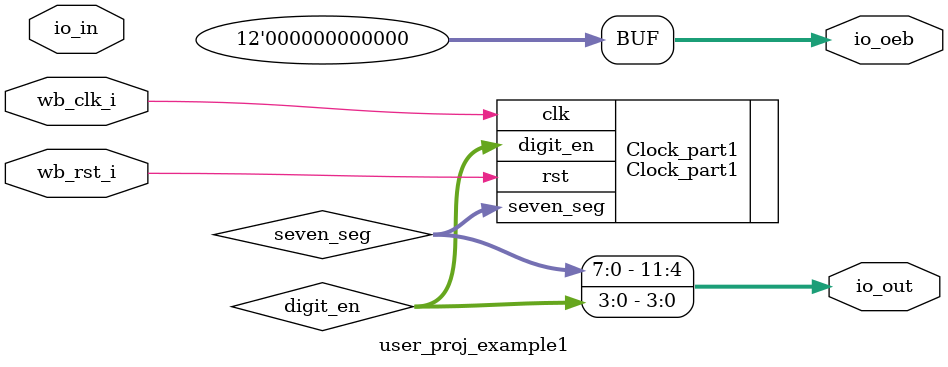
<source format=v>

`default_nettype none
/*
 *-------------------------------------------------------------
 *
 * user_proj_example
 *
 *-------------------------------------------------------------
 */

module user_proj_example1 #(
    parameter BITS = 32
)(
`ifdef USE_POWER_PINS
    inout vccd1,	// User area 1 1.8V supply
    inout vssd1,	// User area 1 digital ground
`endif

    // Wishbone Slave ports (WB MI A)
    input wb_clk_i,
    input wb_rst_i,

    // IOs
    input  [11:0] io_in,
    output [11:0] io_out,
    output [11:0] io_oeb
);
   
    wire [7:0] seven_seg;
    wire [3:0]  digit_en;
    Clock_part1 Clock_part1(
        .clk(wb_clk_i),
        .rst(wb_rst_i),
        .seven_seg(seven_seg),
        .digit_en(digit_en)
    );

    assign io_oeb = 12'b0;
    assign io_out = {seven_seg,digit_en};

endmodule


</source>
